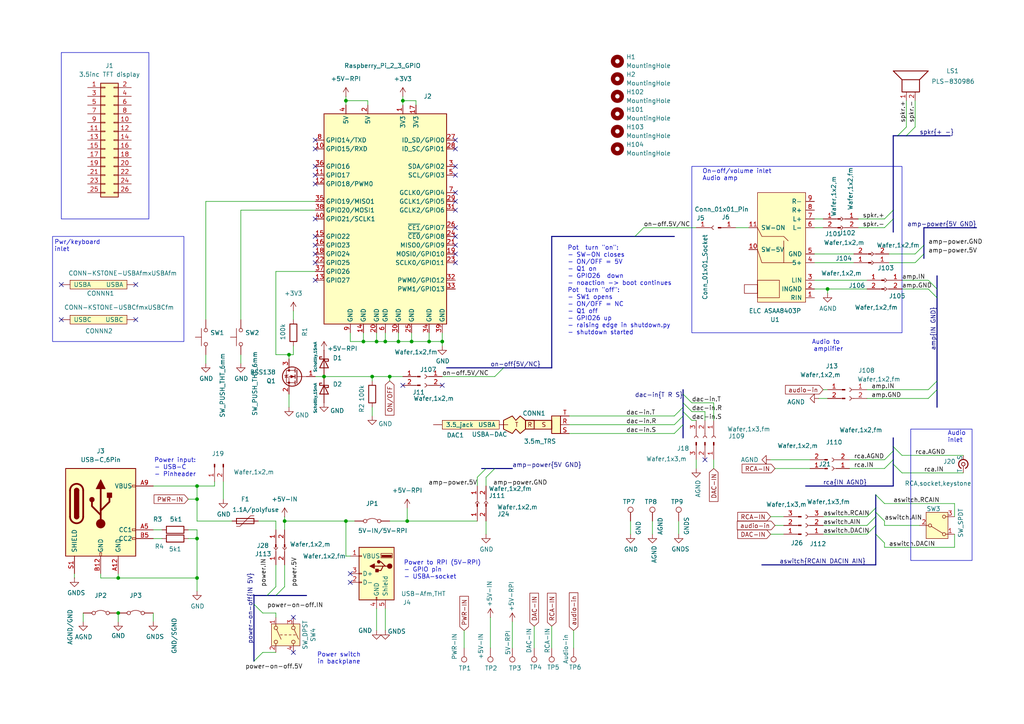
<source format=kicad_sch>
(kicad_sch (version 20231120) (generator "eeschema") (generator_version "8.0")
  (paper "A4")
  (title_block (title "Järviradioradio V2") (date "2025-06-11") (rev "E"))
  (junction (at 109.22 99.06))
  (junction (at 57.15 144.78))
  (junction (at 115.57 99.06))
  (junction (at 34.29 177.8))
  (junction (at 100.33 29.21))
  (junction (at 107.95 109.22))
  (junction (at 111.76 99.06))
  (junction (at 83.82 102.87))
  (junction (at 113.03 109.22))
  (junction (at 34.29 167.64))
  (junction (at 57.15 156.21))
  (junction (at 82.55 151.13))
  (junction (at 119.38 99.06))
  (junction (at 57.15 167.64))
  (junction (at 240.03 83.82))
  (junction (at 57.15 140.97))
  (junction (at 128.27 99.06))
  (junction (at 116.84 29.21))
  (junction (at 124.46 99.06))
  (junction (at 100.33 151.13))
  (junction (at 118.11 151.13))
  (junction (at 105.41 99.06))
  (junction (at 93.98 109.22))
  (no_connect (at 132.08 50.8))
  (no_connect (at 91.44 43.18))
  (no_connect (at 85.09 189.23))
  (no_connect (at 91.44 50.8))
  (no_connect (at 132.08 58.42))
  (no_connect (at 17.78 92.71))
  (no_connect (at 132.08 43.18))
  (no_connect (at 132.08 60.96))
  (no_connect (at 91.44 68.58))
  (no_connect (at 132.08 40.64))
  (no_connect (at 17.78 82.55))
  (no_connect (at 91.44 63.5))
  (no_connect (at 132.08 66.04))
  (no_connect (at 91.44 73.66))
  (no_connect (at 132.08 73.66))
  (no_connect (at 101.6 166.37))
  (no_connect (at 132.08 76.2))
  (no_connect (at 91.44 71.12))
  (no_connect (at 132.08 71.12))
  (no_connect (at 85.09 179.07))
  (no_connect (at 132.08 55.88))
  (no_connect (at 91.44 40.64))
  (no_connect (at 101.6 168.91))
  (no_connect (at 91.44 76.2))
  (no_connect (at 91.44 81.28))
  (no_connect (at 91.44 48.26))
  (no_connect (at 132.08 48.26))
  (no_connect (at 91.44 53.34))
  (no_connect (at 132.08 68.58))
  (no_connect (at 128.27 111.76))
  (no_connect (at 39.37 82.55))
  (no_connect (at 39.37 92.71))
  (no_connect (at 116.84 111.76))
  (no_connect (at 204.47 133.35))
  (bus_entry (at 198.12 114.3) (size 2.54 2.54))
  (bus_entry (at 184.15 68.58) (size 2.54 -2.54))
  (bus_entry (at 271.78 86.36) (size -2.54 -2.54))
  (bus_entry (at 254 143.51) (size 2.54 2.54))
  (bus_entry (at 146.05 106.68) (size -2.54 2.54))
  (bus_entry (at 259.08 63.5) (size -2.54 2.54))
  (bus_entry (at 259.08 133.35) (size -2.54 2.54))
  (bus_entry (at 254 154.94) (size 2.54 2.54))
  (bus_entry (at 259.08 134.62) (size 2.54 2.54))
  (bus_entry (at 254 152.4) (size -2.54 2.54))
  (bus_entry (at 254 147.32) (size -2.54 2.54))
  (bus_entry (at 198.12 116.84) (size 2.54 2.54))
  (bus_entry (at 73.66 175.26) (size 2.54 2.54))
  (bus_entry (at 254 148.59) (size 2.54 2.54))
  (bus_entry (at 262.89 39.37) (size 2.54 -2.54))
  (bus_entry (at 80.01 172.72) (size 2.54 -2.54))
  (bus_entry (at 77.47 172.72) (size 2.54 -2.54))
  (bus_entry (at 267.97 71.12) (size -2.54 2.54))
  (bus_entry (at 259.08 60.96) (size -2.54 2.54))
  (bus_entry (at 267.97 73.66) (size -2.54 2.54))
  (bus_entry (at 198.12 120.65) (size -2.54 2.54))
  (bus_entry (at 260.35 39.37) (size 2.54 -2.54))
  (bus_entry (at 140.97 135.89) (size -2.54 2.54))
  (bus_entry (at 259.08 129.54) (size 2.54 2.54))
  (bus_entry (at 271.78 110.49) (size -2.54 2.54))
  (bus_entry (at 271.78 83.82) (size -2.54 -2.54))
  (bus_entry (at 259.08 130.81) (size -2.54 2.54))
  (bus_entry (at 198.12 123.19) (size -2.54 2.54))
  (bus_entry (at 271.78 113.03) (size -2.54 2.54))
  (bus_entry (at 254 149.86) (size -2.54 2.54))
  (bus_entry (at 198.12 118.11) (size -2.54 2.54))
  (bus_entry (at 73.66 191.77) (size 2.54 -2.54))
  (bus_entry (at 198.12 119.38) (size 2.54 2.54))
  (bus_entry (at 143.51 135.89) (size -2.54 2.54))
  (wire (pts (xy 234.95 133.35) (xy 223.52 133.35)))
  (wire (pts (xy 276.86 154.94) (xy 276.86 158.75)))
  (bus (pts (xy 259.08 63.5) (xy 259.08 67.31)))
  (wire (pts (xy 236.22 81.28) (xy 251.46 81.28)))
  (wire (pts (xy 91.44 58.42) (xy 59.69 58.42)))
  (wire (pts (xy 265.43 76.2) (xy 257.81 76.2)))
  (wire (pts (xy 261.62 132.08) (xy 279.4 132.08)))
  (wire (pts (xy 83.82 114.3) (xy 83.82 118.11)))
  (wire (pts (xy 57.15 140.97) (xy 62.23 140.97)))
  (wire (pts (xy 57.15 151.13) (xy 67.31 151.13)))
  (wire (pts (xy 82.55 149.86) (xy 82.55 151.13)))
  (wire (pts (xy 101.6 99.06) (xy 105.41 99.06)))
  (wire (pts (xy 118.11 151.13) (xy 118.11 147.32)))
  (wire (pts (xy 200.66 119.38) (xy 204.47 119.38)))
  (wire (pts (xy 80.01 102.87) (xy 83.82 102.87)))
  (wire (pts (xy 107.95 109.22) (xy 113.03 109.22)))
  (wire (pts (xy 74.93 151.13) (xy 80.01 151.13)))
  (wire (pts (xy 116.84 29.21) (xy 116.84 30.48)))
  (wire (pts (xy 59.69 102.87) (xy 59.69 105.41)))
  (wire (pts (xy 80.01 78.74) (xy 80.01 102.87)))
  (wire (pts (xy 118.11 151.13) (xy 138.43 151.13)))
  (wire (pts (xy 113.03 109.22) (xy 113.03 110.49)))
  (wire (pts (xy 201.93 133.35) (xy 201.93 135.89)))
  (wire (pts (xy 224.79 152.4) (xy 227.33 152.4)))
  (bus (pts (xy 73.66 175.26) (xy 73.66 191.77)))
  (wire (pts (xy 115.57 99.06) (xy 119.38 99.06)))
  (wire (pts (xy 240.03 113.03) (xy 238.76 113.03)))
  (wire (pts (xy 111.76 176.53) (xy 111.76 182.88)))
  (wire (pts (xy 64.77 139.7) (xy 64.77 144.78)))
  (wire (pts (xy 120.65 29.21) (xy 116.84 29.21)))
  (wire (pts (xy 128.27 109.22) (xy 143.51 109.22)))
  (wire (pts (xy 207.01 133.35) (xy 207.01 135.89)))
  (wire (pts (xy 223.52 149.86) (xy 227.33 149.86)))
  (wire (pts (xy 109.22 96.52) (xy 109.22 99.06)))
  (wire (pts (xy 148.59 180.34) (xy 148.59 187.96)))
  (wire (pts (xy 29.21 167.64) (xy 34.29 167.64)))
  (wire (pts (xy 256.54 158.75) (xy 256.54 157.48)))
  (wire (pts (xy 236.22 66.04) (xy 238.76 66.04)))
  (bus (pts (xy 198.12 116.84) (xy 198.12 118.11)))
  (bus (pts (xy 259.08 60.96) (xy 259.08 63.5)))
  (wire (pts (xy 54.61 144.78) (xy 57.15 144.78)))
  (wire (pts (xy 120.65 30.48) (xy 120.65 29.21)))
  (bus (pts (xy 198.12 127) (xy 198.12 123.19)))
  (bus (pts (xy 254 148.59) (xy 254 149.86)))
  (wire (pts (xy 105.41 99.06) (xy 109.22 99.06)))
  (wire (pts (xy 251.46 113.03) (xy 269.24 113.03)))
  (wire (pts (xy 124.46 99.06) (xy 128.27 99.06)))
  (bus (pts (xy 271.78 80.01) (xy 271.78 83.82)))
  (wire (pts (xy 207.01 116.84) (xy 207.01 121.92)))
  (bus (pts (xy 198.12 119.38) (xy 198.12 120.65)))
  (bus (pts (xy 198.12 114.3) (xy 198.12 116.84)))
  (bus (pts (xy 254 147.32) (xy 254 148.59)))
  (bus (pts (xy 160.02 68.58) (xy 184.15 68.58)))
  (wire (pts (xy 80.01 177.8) (xy 80.01 179.07)))
  (wire (pts (xy 57.15 167.64) (xy 57.15 171.45)))
  (wire (pts (xy 256.54 152.4) (xy 266.7 152.4)))
  (wire (pts (xy 44.45 153.67) (xy 46.99 153.67)))
  (bus (pts (xy 143.51 135.89) (xy 148.59 135.89)))
  (wire (pts (xy 251.46 149.86) (xy 238.76 149.86)))
  (bus (pts (xy 259.08 129.54) (xy 259.08 130.81)))
  (bus (pts (xy 267.97 66.04) (xy 283.21 66.04)))
  (wire (pts (xy 269.24 81.28) (xy 261.62 81.28)))
  (wire (pts (xy 140.97 151.13) (xy 140.97 154.94)))
  (wire (pts (xy 223.52 154.94) (xy 227.33 154.94)))
  (wire (pts (xy 236.22 83.82) (xy 240.03 83.82)))
  (wire (pts (xy 251.46 154.94) (xy 238.76 154.94)))
  (wire (pts (xy 269.24 83.82) (xy 261.62 83.82)))
  (wire (pts (xy 119.38 99.06) (xy 124.46 99.06)))
  (wire (pts (xy 34.29 167.64) (xy 57.15 167.64)))
  (bus (pts (xy 129.54 106.68) (xy 146.05 106.68)))
  (bus (pts (xy 198.12 113.03) (xy 198.12 114.3)))
  (wire (pts (xy 83.82 102.87) (xy 83.82 104.14)))
  (wire (pts (xy 200.66 116.84) (xy 207.01 116.84)))
  (wire (pts (xy 265.43 73.66) (xy 257.81 73.66)))
  (wire (pts (xy 236.22 63.5) (xy 238.76 63.5)))
  (wire (pts (xy 44.45 140.97) (xy 57.15 140.97)))
  (wire (pts (xy 44.45 177.8) (xy 44.45 180.34)))
  (bus (pts (xy 254 154.94) (xy 254 163.83)))
  (bus (pts (xy 271.78 113.03) (xy 271.78 118.11)))
  (wire (pts (xy 34.29 177.8) (xy 34.29 180.34)))
  (bus (pts (xy 73.66 172.72) (xy 77.47 172.72)))
  (wire (pts (xy 85.09 100.33) (xy 85.09 102.87)))
  (wire (pts (xy 261.62 137.16) (xy 279.4 137.16)))
  (wire (pts (xy 160.02 181.61) (xy 160.02 187.96)))
  (bus (pts (xy 254 143.51) (xy 254 147.32)))
  (wire (pts (xy 80.01 163.83) (xy 80.01 170.18)))
  (wire (pts (xy 240.03 83.82) (xy 251.46 83.82)))
  (bus (pts (xy 254 152.4) (xy 254 154.94)))
  (wire (pts (xy 100.33 27.94) (xy 100.33 29.21)))
  (wire (pts (xy 105.41 96.52) (xy 105.41 99.06)))
  (wire (pts (xy 59.69 58.42) (xy 59.69 92.71)))
  (bus (pts (xy 271.78 110.49) (xy 271.78 113.03)))
  (wire (pts (xy 76.2 189.23) (xy 80.01 189.23)))
  (bus (pts (xy 260.35 39.37) (xy 262.89 39.37)))
  (bus (pts (xy 267.97 66.04) (xy 267.97 71.12)))
  (wire (pts (xy 124.46 96.52) (xy 124.46 99.06)))
  (bus (pts (xy 254 149.86) (xy 254 152.4)))
  (wire (pts (xy 166.37 182.88) (xy 166.37 187.96)))
  (wire (pts (xy 54.61 153.67) (xy 57.15 153.67)))
  (wire (pts (xy 101.6 161.29) (xy 100.33 161.29)))
  (wire (pts (xy 276.86 149.86) (xy 276.86 146.05)))
  (bus (pts (xy 184.15 68.58) (xy 195.58 68.58)))
  (wire (pts (xy 83.82 102.87) (xy 85.09 102.87)))
  (wire (pts (xy 111.76 96.52) (xy 111.76 99.06)))
  (wire (pts (xy 113.03 109.22) (xy 116.84 109.22)))
  (wire (pts (xy 251.46 115.57) (xy 269.24 115.57)))
  (wire (pts (xy 107.95 118.11) (xy 107.95 120.65)))
  (bus (pts (xy 259.08 134.62) (xy 259.08 140.97)))
  (wire (pts (xy 80.01 151.13) (xy 80.01 153.67)))
  (wire (pts (xy 69.85 102.87) (xy 69.85 105.41)))
  (wire (pts (xy 142.24 179.07) (xy 142.24 187.96)))
  (wire (pts (xy 213.36 66.04) (xy 217.17 66.04)))
  (wire (pts (xy 82.55 170.18) (xy 82.55 163.83)))
  (wire (pts (xy 262.89 29.21) (xy 262.89 36.83)))
  (wire (pts (xy 128.27 99.06) (xy 128.27 100.33)))
  (bus (pts (xy 80.01 172.72) (xy 88.9 172.72)))
  (wire (pts (xy 246.38 135.89) (xy 256.54 135.89)))
  (wire (pts (xy 100.33 151.13) (xy 102.87 151.13)))
  (wire (pts (xy 196.85 151.13) (xy 196.85 154.94)))
  (bus (pts (xy 140.97 135.89) (xy 143.51 135.89)))
  (wire (pts (xy 116.84 27.94) (xy 116.84 29.21)))
  (wire (pts (xy 57.15 144.78) (xy 57.15 140.97)))
  (bus (pts (xy 267.97 71.12) (xy 267.97 73.66)))
  (wire (pts (xy 256.54 151.13) (xy 256.54 152.4)))
  (bus (pts (xy 262.89 39.37) (xy 275.59 39.37)))
  (bus (pts (xy 259.08 133.35) (xy 259.08 134.62)))
  (wire (pts (xy 85.09 90.17) (xy 85.09 92.71)))
  (bus (pts (xy 146.05 106.68) (xy 160.02 106.68)))
  (wire (pts (xy 276.86 158.75) (xy 256.54 158.75)))
  (wire (pts (xy 138.43 138.43) (xy 138.43 140.97)))
  (bus (pts (xy 259.08 130.81) (xy 259.08 133.35)))
  (wire (pts (xy 106.68 29.21) (xy 100.33 29.21)))
  (wire (pts (xy 240.03 115.57) (xy 237.49 115.57)))
  (bus (pts (xy 220.98 163.83) (xy 254 163.83)))
  (wire (pts (xy 76.2 177.8) (xy 80.01 177.8)))
  (wire (pts (xy 57.15 153.67) (xy 57.15 156.21)))
  (wire (pts (xy 82.55 153.67) (xy 82.55 151.13)))
  (wire (pts (xy 44.45 156.21) (xy 46.99 156.21)))
  (bus (pts (xy 259.08 39.37) (xy 259.08 60.96)))
  (bus (pts (xy 160.02 106.68) (xy 160.02 68.58)))
  (wire (pts (xy 182.88 151.13) (xy 182.88 154.94)))
  (wire (pts (xy 91.44 109.22) (xy 93.98 109.22)))
  (bus (pts (xy 259.08 140.97) (xy 233.68 140.97)))
  (bus (pts (xy 267.97 73.66) (xy 267.97 74.93)))
  (wire (pts (xy 107.95 109.22) (xy 107.95 110.49)))
  (wire (pts (xy 57.15 156.21) (xy 57.15 167.64)))
  (wire (pts (xy 189.23 151.13) (xy 189.23 154.94)))
  (wire (pts (xy 240.03 83.82) (xy 240.03 85.09)))
  (wire (pts (xy 101.6 96.52) (xy 101.6 99.06)))
  (wire (pts (xy 256.54 146.05) (xy 276.86 146.05)))
  (bus (pts (xy 198.12 120.65) (xy 198.12 123.19)))
  (bus (pts (xy 271.78 83.82) (xy 271.78 86.36)))
  (wire (pts (xy 204.47 119.38) (xy 204.47 121.92)))
  (wire (pts (xy 236.22 73.66) (xy 247.65 73.66)))
  (wire (pts (xy 165.1 123.19) (xy 195.58 123.19)))
  (wire (pts (xy 134.62 182.88) (xy 134.62 187.96)))
  (wire (pts (xy 21.59 166.37) (xy 21.59 167.64)))
  (wire (pts (xy 24.13 180.34) (xy 24.13 177.8)))
  (bus (pts (xy 271.78 86.36) (xy 271.78 110.49)))
  (wire (pts (xy 93.98 109.22) (xy 107.95 109.22)))
  (bus (pts (xy 259.08 39.37) (xy 260.35 39.37)))
  (wire (pts (xy 119.38 96.52) (xy 119.38 99.06)))
  (bus (pts (xy 198.12 118.11) (xy 198.12 119.38)))
  (wire (pts (xy 200.66 121.92) (xy 201.93 121.92)))
  (wire (pts (xy 100.33 29.21) (xy 100.33 30.48)))
  (wire (pts (xy 251.46 152.4) (xy 238.76 152.4)))
  (wire (pts (xy 128.27 96.52) (xy 128.27 99.06)))
  (wire (pts (xy 165.1 125.73) (xy 195.58 125.73)))
  (wire (pts (xy 109.22 99.06) (xy 111.76 99.06)))
  (wire (pts (xy 236.22 76.2) (xy 247.65 76.2)))
  (wire (pts (xy 54.61 156.21) (xy 57.15 156.21)))
  (wire (pts (xy 69.85 60.96) (xy 69.85 92.71)))
  (wire (pts (xy 115.57 96.52) (xy 115.57 99.06)))
  (wire (pts (xy 69.85 60.96) (xy 91.44 60.96)))
  (wire (pts (xy 62.23 139.7) (xy 62.23 140.97)))
  (wire (pts (xy 82.55 151.13) (xy 100.33 151.13)))
  (bus (pts (xy 77.47 172.72) (xy 80.01 172.72)))
  (wire (pts (xy 248.92 63.5) (xy 256.54 63.5)))
  (wire (pts (xy 256.54 133.35) (xy 246.38 133.35)))
  (wire (pts (xy 113.03 151.13) (xy 118.11 151.13)))
  (wire (pts (xy 248.92 66.04) (xy 256.54 66.04)))
  (wire (pts (xy 80.01 78.74) (xy 91.44 78.74)))
  (wire (pts (xy 265.43 29.21) (xy 265.43 36.83)))
  (wire (pts (xy 165.1 120.65) (xy 195.58 120.65)))
  (bus (pts (xy 73.66 172.72) (xy 73.66 175.26)))
  (wire (pts (xy 57.15 151.13) (xy 57.15 144.78)))
  (wire (pts (xy 100.33 161.29) (xy 100.33 151.13)))
  (wire (pts (xy 186.69 66.04) (xy 201.93 66.04)))
  (wire (pts (xy 111.76 99.06) (xy 115.57 99.06)))
  (bus (pts (xy 139.7 135.89) (xy 140.97 135.89)))
  (wire (pts (xy 140.97 138.43) (xy 140.97 140.97)))
  (bus (pts (xy 259.08 127) (xy 259.08 129.54)))
  (wire (pts (xy 29.21 167.64) (xy 29.21 166.37)))
  (wire (pts (xy 106.68 30.48) (xy 106.68 29.21)))
  (wire (pts (xy 154.94 181.61) (xy 154.94 187.96)))
  (wire (pts (xy 34.29 166.37) (xy 34.29 167.64)))
  (wire (pts (xy 224.79 135.89) (xy 234.95 135.89)))
  (wire (pts (xy 109.22 176.53) (xy 109.22 182.88)))
  (rectangle (start 264.16 124.46) (end 281.94 162.56))
  (rectangle (start 200.66 48.26) (end 261.62 96.52))
  (rectangle (start 15.24 68.58) (end 53.34 99.06))
  (rectangle (start 17.78 15.24) (end 43.18 63.5))
  (text "Pot  turn \"on\": \n- SW-ON closes\n- ON/OFF = 5V\n- Q1 on\n- GPIO26  down\n- noaction -> boot continues\nPot  turn \"off\": \n- SW1 opens\n- ON/OFF = NC\n- Q1 off\n- GPIO26 up\n- raising edge in shutdown.py\n- shutdown started\n" (at 164.592 97.282 0) (effects (font (size 1.27 1.27)) (justify left bottom)))
  (text "Audio\ninlet\n" (at 274.828 126.746 0) (effects (font (size 1.27 1.27)) (justify left)))
  (text "Power switch\nin backplane\n" (at 98.298 191.008 0) (effects (font (size 1.27 1.27))))
  (text "Power to RPI (5V-RPI)\n- GPIO pin\n- USBA-socket" (at 117.094 165.354 0) (effects (font (size 1.27 1.27)) (justify left)))
  (text "On-off/volume inlet\nAudio amp" (at 203.708 50.8 0) (effects (font (size 1.27 1.27)) (justify left)))
  (text "Pwr/keyboard \ninlet" (at 15.748 71.374 0) (effects (font (size 1.27 1.27)) (justify left)))
  (text "Power input:\n- USB-C\n- Pinheader" (at 44.704 135.636 0) (effects (font (size 1.27 1.27)) (justify left)))
  (text "Audio to \namplifier" (at 244.602 100.33 0) (effects (font (size 1.27 1.27)) (justify right)))
  (label "amp-power.5V" (at 138.43 140.97 180))
  (label "amp{IN GND}" (at 271.78 101.6 90))
  (label "dac-in{T R S}" (at 198.12 115.57 180))
  (label "amp.GND" (at 252.73 115.57 0))
  (label "power-on-off.IN" (at 77.47 176.53 0))
  (label "aswitch.AIN" (at 238.76 152.4 0))
  (label "amp-power{5V GND}" (at 283.21 66.04 180))
  (label "spkr.+" (at 250.19 63.5 0))
  (label "dac-in.T" (at 200.66 116.84 0))
  (label "amp.IN" (at 261.62 81.28 0))
  (label "aswitch.DACIN" (at 257.81 158.75 0))
  (label "spkr.-" (at 250.19 66.04 0))
  (label "spkr{+ -}" (at 266.7 39.37 0))
  (label "on-off.5V{slash}NC" (at 186.69 66.04 0))
  (label "dac-in.R" (at 181.61 123.19 0))
  (label "amp-power.5V" (at 269.24 73.66 0))
  (label "amp-power{5V GND}" (at 148.59 135.89 0))
  (label "aswitch.RCAIN" (at 238.76 149.86 0))
  (label "rca.AGND" (at 247.65 133.35 0))
  (label "amp.GND" (at 261.62 83.82 0))
  (label "amp-power.GND" (at 158.75 140.97 180))
  (label "rca.IN" (at 267.97 137.16 0))
  (label "dac-in.S" (at 181.61 125.73 0))
  (label "dac-in.R" (at 200.66 119.38 0))
  (label "amp.IN" (at 252.73 113.03 0))
  (label "aswitch{RCAIN DACIN AIN}" (at 226.06 163.83 0))
  (label "aswitch.AIN" (at 256.54 151.13 0))
  (label "rca.AGND" (at 265.43 132.08 0))
  (label "on-off.5V{slash}NC" (at 128.27 109.22 0))
  (label "dac-in.S" (at 200.66 121.92 0))
  (label "spkr.-" (at 265.43 35.56 90))
  (label "spkr.+" (at 262.89 35.56 90))
  (label "rca.IN" (at 247.65 135.89 0))
  (label "rca{IN AGND}" (at 251.46 140.97 180))
  (label "dac-in.T" (at 181.61 120.65 0))
  (label "aswitch.DACIN" (at 238.76 154.94 0))
  (label "power.IN" (at 77.47 170.18 90))
  (label "power-on-off{IN 5V}" (at 73.66 186.69 90))
  (label "amp-power.GND" (at 269.24 71.12 0))
  (label "on-off{5V{slash}NC}" (at 142.24 106.68 0))
  (label "aswitch.RCAIN" (at 259.08 146.05 0))
  (label "power.5V" (at 86.36 170.18 90))
  (label "power-on-off.5V" (at 71.12 194.31 0))
  (global_label "RCA-IN" (shape input) (at 224.79 135.89 180) (property "Intersheetrefs" "${INTERSHEET_REFS}" (effects (hide yes))))
  (global_label "ON{slash}OFF" (shape input) (at 113.03 110.49 270) (property "Intersheetrefs" "${INTERSHEET_REFS}" (effects (hide yes))))
  (global_label "DAC-IN" (shape input) (at 223.52 154.94 180) (property "Intersheetrefs" "${INTERSHEET_REFS}" (effects (hide yes))))
  (global_label "DAC-IN" (shape input) (at 154.94 181.61 90) (property "Intersheetrefs" "${INTERSHEET_REFS}" (effects (hide yes))))
  (global_label "audio-in" (shape input) (at 166.37 182.88 90) (property "Intersheetrefs" "${INTERSHEET_REFS}" (effects (hide yes))))
  (global_label "audio-in" (shape input) (at 238.76 113.03 180) (property "Intersheetrefs" "${INTERSHEET_REFS}" (effects (hide yes))))
  (global_label "PWR-IN" (shape input) (at 134.62 182.88 90) (property "Intersheetrefs" "${INTERSHEET_REFS}" (effects (hide yes))))
  (global_label "audio-in" (shape input) (at 224.79 152.4 180) (property "Intersheetrefs" "${INTERSHEET_REFS}" (effects (hide yes))))
  (global_label "PWR-IN" (shape input) (at 54.61 144.78 180) (property "Intersheetrefs" "${INTERSHEET_REFS}" (effects (hide yes))))
  (global_label "RCA-IN" (shape input) (at 223.52 149.86 180) (property "Intersheetrefs" "${INTERSHEET_REFS}" (effects (hide yes))))
  (global_label "DAC-IN" (shape input) (at 207.01 135.89 270) (property "Intersheetrefs" "${INTERSHEET_REFS}" (effects (hide yes))))
  (global_label "RCA-IN" (shape input) (at 160.02 181.61 90) (property "Intersheetrefs" "${INTERSHEET_REFS}" (effects (hide yes))))
  (symbol (lib_id "Connector:TestPoint") (at 134.62 187.96 180) (unit 1) (in_bom no)
    (property "Reference" "TP1" (at 136.652 193.802 0) (effects (justify left)))
    (property "Value" "PWR-IN" (at 131.826 183.642 90) (effects (justify left)))
    (property "Footprint" "TestPoint:TestPoint_THTPad_D1.0mm_Drill0.5mm" (effects (hide yes)))
    (property "Description" "test point" (effects (hide yes)))
  )
  (symbol (lib_id "JärviradioRadio-rescue:GND-power") (at 237.49 115.57 270) (unit 1)
    (property "Reference" "#PWR08" (effects (hide yes)))
    (property "Value" "AGND" (at 230.886 116.586 90))
  )
  (symbol (lib_id "power:+5VA") (at 93.98 101.6 0) (unit 1)
    (property "Reference" "#PWR30" (effects (hide yes)))
    (property "Value" "+5V-RPI" (at 99.314 101.092 0))
    (property "Description" "Power symbol creates a global label with name \"+5VA\"" (effects (hide yes)))
  )
  (symbol (lib_id "Mechanical:MountingHole") (at 179.07 43.18 0) (unit 1) (exclude_from_sim yes) (in_bom no)
    (property "Reference" "H104" (at 181.61 41.9099 0) (effects (justify left)))
    (property "Value" "MountingHole" (at 181.61 44.4499 0) (effects (justify left)))
    (property "Footprint" "MountingHole:MountingHole_2.7mm_M2.5" (effects (hide yes)))
    (property "Description" "Mounting Hole without connection" (effects (hide yes)))
  )
  (symbol (lib_id "JärviradioRadio-rescue:GND-power") (at 24.13 180.34 0) (unit 1)
    (property "Reference" "#PWR019" (effects (hide yes)))
    (property "Value" "AGND" (at 24.257 184.7342 0))
  )
  (symbol (lib_id "JärviradioRadio-rescue:GND-power") (at 223.52 133.35 270) (mirror x) (unit 1)
    (property "Reference" "#PWR011" (effects (hide yes)))
    (property "Value" "AGND" (at 217.424 133.35 90))
  )
  (symbol (lib_id "JärviradioRadio-rescue:GND-power") (at 140.97 154.94 0) (unit 1)
    (property "Reference" "#PWR016" (effects (hide yes)))
    (property "Value" "GND" (at 141.097 159.3342 0))
  )
  (symbol (lib_id "jj-migrate-ext:USBA-DAC") (at 128.27 118.11 0) (mirror y) (unit 1) (in_bom no) (on_board no)
    (property "Reference" "DAC1" (at 132.08 126.238 0))
    (property "Value" "USBA-DAC" (at 141.986 125.984 0))
  )
  (symbol (lib_id "jj-migrate-ext:SW_PUSH_THT_6mm") (at 69.85 97.79 90) (unit 1)
    (property "Reference" "SW2" (at 71.12 96.5199 90) (effects (justify right)))
    (property "Value" "SW_PUSH_THT_6mm" (at 73.914 101.854 0) (effects (justify right)))
    (property "Footprint" "Button_Switch_THT:SW_PUSH_6mm" (effects (hide yes)))
    (property "Datasheet" "${JJ_DATASHEETS}/kiina/BUTTON_PUSH_THT_6mm-AliExpress.pdf" (effects (hide yes)))
    (property "Description" "Push button switch, generic, two pins" (effects (hide yes)))
  )
  (symbol (lib_id "JärviradioRadio-rescue:GND-power") (at 201.93 135.89 0) (unit 1)
    (property "Reference" "#PWR012" (effects (hide yes)))
    (property "Value" "AGND" (at 202.438 141.732 90))
  )
  (symbol (lib_id "power:GNDS") (at 111.76 182.88 0) (unit 1)
    (property "Reference" "#PWR025" (effects (hide yes)))
    (property "Value" "GNDS" (at 115.062 183.134 0))
    (property "Description" "Power symbol creates a global label with name \"GNDS\" , signal ground" (effects (hide yes)))
  )
  (symbol (lib_id "jj2:SD101CWS-TP") (at 93.98 105.41 180) (unit 1)
    (property "Reference" "D1" (at 96.52 103.8224 0) (effects (justify right)))
    (property "Value" "Schottky,15mA" (at 91.44 107.95 90) (effects (font (size 0.8 0.8)) (justify right)))
    (property "Footprint" "PCM_JLCPCB:D_SOD-323" (effects (hide yes)))
    (property "Datasheet" "https://www.mouser.fi/ProductDetail/Micro-Commercial-Components-MCC/SD101CWS-TP?qs=KFo7JewZbUFHcYg3ByMbCA%3D%3D" (effects (hide yes)))
    (property "Description" "Schottky Diodes & Rectifiers 40V" (effects (hide yes)))
    (property "Process" "SMT" (effects (hide yes)))
    (property "Category" "Diodes,Schottky Diodes" (effects (hide yes)))
    (property "MFN" "MCC" (effects (hide yes)))
    (property "Mouser#" "833-SD101CWS-TP" (effects (hide yes)))
    (property "MFP" "SD101CWS-TP" (effects (hide yes)))
  )
  (symbol (lib_id "Switch:SW_DPST") (at 82.55 184.15 270) (unit 1) (in_bom no) (on_board no)
    (property "Reference" "SW4" (at 90.805 184.15 0))
    (property "Value" "SW_DPST" (at 88.4936 184.15 0))
  )
  (symbol (lib_id "power:+3V3") (at 85.09 90.17 0) (unit 1)
    (property "Reference" "#PWR04" (effects (hide yes)))
    (property "Value" "+3V3" (at 85.09 85.09 0))
    (property "Description" "Power symbol creates a global label with name \"+3V3\"" (effects (hide yes)))
  )
  (symbol (lib_id "Connector:Conn_01x02_Pin") (at 62.23 134.62 90) (mirror x) (unit 1)
    (property "Reference" "J19" (at 65.024 131.572 90) (effects (justify left)))
    (property "Value" "Wafer,1x2,m" (at 79.502 136.906 90) (effects (justify left)))
    (property "Footprint" "jj-foot:Wafer_1x02_P2.54mm_Vertical_male" (effects (hide yes)))
    (property "Description" "Generic connector, single row, 01x02, script generated" (effects (hide yes)))
  )
  (symbol (lib_id "Connector:TestPoint") (at 182.88 151.13 0) (unit 1) (in_bom no)
    (property "Reference" "TP7" (at 180.594 145.542 0) (effects (justify left)))
    (property "Value" "GND" (at 185.166 155.194 90) (effects (justify left)))
    (property "Footprint" "TestPoint:TestPoint_THTPad_D1.0mm_Drill0.5mm" (effects (hide yes)))
    (property "Description" "test point" (effects (hide yes)))
  )
  (symbol (lib_id "power:+5VA") (at 142.24 179.07 0) (unit 1)
    (property "Reference" "#PWR018" (effects (hide yes)))
    (property "Value" "+5V-IN" (at 141.986 172.212 90))
    (property "Description" "Power symbol creates a global label with name \"+5VA\"" (effects (hide yes)))
  )
  (symbol (lib_id "Device:Polyfuse") (at 71.12 151.13 90) (unit 1) (in_bom no)
    (property "Reference" "F1" (at 71.12 144.78 90))
    (property "Value" "1.1A/polyfuse" (at 74.168 147.828 90))
    (property "Footprint" "Fuse:Fuse_1812_4532Metric" (effects (hide yes)))
    (property "Description" "Resettable fuse, polymeric positive temperature coefficient" (effects (hide yes)))
  )
  (symbol (lib_id "Mechanical:MountingHole") (at 179.07 33.02 0) (unit 1) (exclude_from_sim yes) (in_bom no)
    (property "Reference" "H101" (at 181.61 31.7499 0) (effects (justify left)))
    (property "Value" "MountingHole" (at 181.61 34.2899 0) (effects (justify left)))
    (property "Footprint" "MountingHole:MountingHole_2.7mm_M2.5" (effects (hide yes)))
    (property "Description" "Mounting Hole without connection" (effects (hide yes)))
  )
  (symbol (lib_id "Connector:TestPoint") (at 166.37 187.96 180) (unit 1) (in_bom no)
    (property "Reference" "TP6" (at 168.656 193.548 0) (effects (justify left)))
    (property "Value" "Audio-in" (at 164.084 183.896 90) (effects (justify left)))
    (property "Footprint" "TestPoint:TestPoint_THTPad_D1.0mm_Drill0.5mm" (effects (hide yes)))
    (property "Description" "test point" (effects (hide yes)))
  )
  (symbol (lib_id "power:GNDS") (at 21.59 167.64 0) (unit 1)
    (property "Reference" "#PWR024" (effects (hide yes)))
    (property "Value" "GNDS" (at 22.098 171.958 0))
    (property "Description" "Power symbol creates a global label with name \"GNDS\" , signal ground" (effects (hide yes)))
  )
  (symbol (lib_id "Jumper:Jumper_2_Bridged") (at 29.21 177.8 0) (unit 1) (exclude_from_sim yes) (in_bom no)
    (property "Reference" "JP2" (at 29.21 172.72 0))
    (property "Value" "AGND/GND" (at 20.32 181.864 90))
    (property "Footprint" "Jumper:SolderJumper-2_P1.3mm_Bridged_Pad1.0x1.5mm" (effects (hide yes)))
    (property "Description" "Jumper, 2-pole, closed/bridged" (effects (hide yes)))
  )
  (symbol (lib_id "JärviradioRadio-rescue:GND-power") (at 128.27 100.33 0) (unit 1)
    (property "Reference" "#PWR05" (effects (hide yes)))
    (property "Value" "GND" (at 128.397 104.7242 0))
  )
  (symbol (lib_id "Transistor_FET:BSS138") (at 86.36 109.22 0) (mirror y) (unit 1)
    (property "Reference" "Q1" (at 80.01 110.4901 0) (effects (justify left)))
    (property "Value" "BSS138" (at 80.01 107.9501 0) (effects (justify left)))
    (property "Footprint" "Package_TO_SOT_SMD:SOT-23" (effects (hide yes)))
    (property "Datasheet" "https://www.onsemi.com/pub/Collateral/BSS138-D.PDF" (effects (hide yes)))
    (property "Description" "50V Vds, 0.22A Id, N-Channel MOSFET, SOT-23" (effects (hide yes)))
  )
  (symbol (lib_id "Connector_Generic:Conn_02x13_Odd_Even") (at 30.48 40.64 0) (unit 1) (in_bom no) (on_board no)
    (property "Reference" "J1" (at 31.75 19.05 0))
    (property "Value" "3.5inc TFT display" (at 31.75 21.59 0))
    (property "Description" "Generic connector, double row, 02x13, odd/even pin numbering scheme (row 1 odd numbers, row 2 even numbers), script generated (kicad-library-utils/schlib/autogen/connector/)" (effects (hide yes)))
  )
  (symbol (lib_id "power:+5VA") (at 82.55 149.86 0) (unit 1)
    (property "Reference" "#PWR015" (effects (hide yes)))
    (property "Value" "+5V-IN" (at 82.55 144.78 0))
    (property "Description" "Power symbol creates a global label with name \"+5VA\"" (effects (hide yes)))
  )
  (symbol (lib_id "Connector:TestPoint") (at 148.59 187.96 180) (unit 1) (in_bom no)
    (property "Reference" "TP3" (at 147.574 193.802 0) (effects (justify right)))
    (property "Value" "5V-RPI" (at 147.32 189.992 90) (effects (justify right)))
    (property "Footprint" "TestPoint:TestPoint_THTPad_D1.0mm_Drill0.5mm" (effects (hide yes)))
    (property "Description" "test point" (effects (hide yes)))
  )
  (symbol (lib_id "Connector:TestPoint") (at 196.85 151.13 0) (unit 1) (in_bom no)
    (property "Reference" "TP9" (at 194.564 145.542 0) (effects (justify left)))
    (property "Value" "GNDS" (at 199.136 155.194 90) (effects (justify left)))
    (property "Footprint" "TestPoint:TestPoint_THTPad_D1.0mm_Drill0.5mm" (effects (hide yes)))
    (property "Description" "test point" (effects (hide yes)))
  )
  (symbol (lib_id "Connector:Conn_01x02_Socket") (at 252.73 76.2 180) (unit 1) (in_bom no) (on_board no)
    (property "Reference" "J103" (at 254.508 77.724 0) (effects (justify right)))
    (property "Value" "Wafer,1x2,fm" (at 254.254 71.12 0) (effects (justify right)))
    (property "Footprint" "Connector_PinHeader_2.54mm:PinHeader_1x02_P2.54mm_Vertical" (effects (hide yes)))
    (property "Description" "Generic connector, single row, 01x02, script generated" (effects (hide yes)))
  )
  (symbol (lib_id "jj-migrate-ext:SW_PUSH_THT_6mm") (at 59.69 97.79 90) (unit 1)
    (property "Reference" "SW1" (at 60.96 96.5199 90) (effects (justify right)))
    (property "Value" "SW_PUSH_THT_6mm" (at 64.516 102.362 0) (effects (justify right)))
    (property "Footprint" "Button_Switch_THT:SW_PUSH_6mm" (effects (hide yes)))
    (property "Datasheet" "${JJ_DATASHEETS}/kiina/BUTTON_PUSH_THT_6mm-AliExpress.pdf" (effects (hide yes)))
    (property "Description" "Push button switch, generic, two pins" (effects (hide yes)))
  )
  (symbol (lib_id "JärviradioRadio-rescue:GND-power") (at 59.69 105.41 0) (unit 1)
    (property "Reference" "#PWR06" (effects (hide yes)))
    (property "Value" "GND" (at 59.817 109.8042 0))
  )
  (symbol (lib_id "JärviradioRadio-rescue:GND-power") (at 93.98 116.84 0) (unit 1)
    (property "Reference" "#PWR29" (effects (hide yes)))
    (property "Value" "GND" (at 97.79 119.126 0))
  )
  (symbol (lib_id "Connector:Conn_01x02_Socket") (at 123.19 109.22 0) (mirror y) (unit 1) (on_board no)
    (property "Reference" "J107" (at 124.206 107.188 0))
    (property "Value" "Wafer,1x2,fm" (at 120.65 102.108 0))
    (property "Footprint" "Connector_PinHeader_2.54mm:PinHeader_1x02_P2.54mm_Vertical" (effects (hide yes)))
    (property "Description" "Generic connector, single row, 01x02, script generated" (effects (hide yes)))
  )
  (symbol (lib_id "Connector:Conn_01x02_Pin") (at 121.92 109.22 0) (mirror y) (unit 1)
    (property "Reference" "J11" (at 119.634 113.792 0) (effects (justify right)))
    (property "Value" "Wafer,1x2,m" (at 119.888 115.57 0) (effects (justify right)))
    (property "Footprint" "jj-foot:Wafer_1x02_P2.54mm_Vertical_male" (effects (hide yes)))
    (property "Description" "Generic connector, single row, 01x02, script generated" (effects (hide yes)))
  )
  (symbol (lib_id "Switch:SW_SPDT") (at 271.78 152.4 0) (mirror x) (unit 1) (in_bom no) (on_board no)
    (property "Reference" "SW3" (at 272.796 147.574 0) (effects (justify right)))
    (property "Value" "SW_SPDT" (at 278.638 155.956 90) (effects (justify right)))
    (property "Description" "Switch, single pole double throw" (effects (hide yes)))
  )
  (symbol (lib_id "power:GNDS") (at 44.45 180.34 0) (unit 1)
    (property "Reference" "#PWR021" (effects (hide yes)))
    (property "Value" "GNDS" (at 44.958 184.658 0))
    (property "Description" "Power symbol creates a global label with name \"GNDS\" , signal ground" (effects (hide yes)))
  )
  (symbol (lib_id "Connector:Conn_01x02_Socket") (at 256.54 81.28 0) (mirror y) (unit 1) (in_bom no) (on_board no)
    (property "Reference" "J105" (at 257.81 85.852 0) (effects (justify right)))
    (property "Value" "Wafer,1x2,fm" (at 247.904 89.154 0) (effects (justify right)))
    (property "Footprint" "Connector_PinHeader_2.54mm:PinHeader_1x02_P2.54mm_Vertical" (effects (hide yes)))
    (property "Description" "Generic connector, single row, 01x02, script generated" (effects (hide yes)))
  )
  (symbol (lib_id "Connector:Conn_01x02_Socket") (at 246.38 113.03 0) (mirror y) (unit 1) (in_bom no) (on_board no)
    (property "Reference" "J108" (at 248.92 107.442 0) (effects (justify right)))
    (property "Value" "Wafer,1x2,fm" (at 248.666 109.982 0) (effects (justify right)))
    (property "Footprint" "Connector_PinHeader_2.54mm:PinHeader_1x02_P2.54mm_Vertical" (effects (hide yes)))
    (property "Description" "Generic connector, single row, 01x02, script generated" (effects (hide yes)))
  )
  (symbol (lib_id "Connector:Conn_01x02_Pin") (at 80.01 158.75 90) (unit 1)
    (property "Reference" "J28" (at 74.422 158.242 90) (effects (justify right)))
    (property "Value" "Wafer,1x2,m" (at 84.074 157.8611 90) (effects (justify right)))
    (property "Footprint" "jj-foot:Wafer_1x02_P2.54mm_Vertical_male" (effects (hide yes)))
    (property "Description" "Generic connector, single row, 01x02, script generated" (effects (hide yes)))
  )
  (symbol (lib_id "Connector:TestPoint") (at 154.94 187.96 180) (unit 1) (in_bom no)
    (property "Reference" "TP4" (at 157.226 193.548 0) (effects (justify left)))
    (property "Value" "DAC-IN" (at 153.416 182.118 90) (effects (justify left)))
    (property "Footprint" "TestPoint:TestPoint_THTPad_D1.0mm_Drill0.5mm" (effects (hide yes)))
    (property "Description" "test point" (effects (hide yes)))
  )
  (symbol (lib_id "jj-migrate-ext:CONN-KSTONE-USBCfmxUSBCfm") (at 27.94 92.71 0) (unit 1) (on_board no)
    (property "Reference" "CONNN2" (at 28.702 96.012 0))
    (property "Value" "CONN-KSTONE-USBCfmxUSBCfm" (at 34.544 89.154 0))
  )
  (symbol (lib_id "Device:R") (at 107.95 114.3 180) (unit 1)
    (property "Reference" "R2" (at 104.902 118.364 90))
    (property "Value" "100k" (at 104.902 114.046 90))
    (property "Footprint" "Resistor_SMD:R_0805_2012Metric" (effects (hide yes)))
    (property "Description" "Resistor" (effects (hide yes)))
  )
  (symbol (lib_id "jj-migrate-ext:CONN-KSTONE-USBAfmxUSBAfm") (at 29.21 82.55 180) (unit 1) (on_board no)
    (property "Reference" "CONNN1" (at 25.146 85.09 0) (effects (justify right)))
    (property "Value" "CONN-KSTONE-USBAfmxUSBAfm" (at 19.812 79.248 0) (effects (justify right)))
  )
  (symbol (lib_id "Connector:Conn_01x03_Socket") (at 233.68 152.4 180) (unit 1) (in_bom no) (on_board no)
    (property "Reference" "J112" (at 237.236 157.734 0))
    (property "Value" "Wafer,1x3,fm" (at 240.284 145.542 0))
    (property "Description" "Generic connector, single row, 01x03, script generated" (effects (hide yes)))
  )
  (symbol (lib_id "Connector:Conn_01x02_Socket") (at 138.43 146.05 90) (mirror x) (unit 1) (in_bom no) (on_board no)
    (property "Reference" "J111" (at 141.732 143.764 90) (effects (justify right)))
    (property "Value" "Wafer,1x2,fm" (at 141.732 141.732 90) (effects (justify right)))
    (property "Footprint" "Connector_PinHeader_2.54mm:PinHeader_1x02_P2.54mm_Vertical" (effects (hide yes)))
    (property "Description" "Generic connector, single row, 01x02, script generated" (effects (hide yes)))
  )
  (symbol (lib_id "power:GNDS") (at 196.85 154.94 0) (unit 1)
    (property "Reference" "#PWR028" (effects (hide yes)))
    (property "Value" "GNDS" (at 197.358 159.258 0))
    (property "Description" "Power symbol creates a global label with name \"GNDS\" , signal ground" (effects (hide yes)))
  )
  (symbol (lib_id "jj2:SD101CWS-TP") (at 93.98 113.03 180) (unit 1)
    (property "Reference" "D2" (at 96.52 111.4424 0) (effects (justify right)))
    (property "Value" "Schottky,15mA" (at 91.44 119.888 90) (effects (font (size 0.8 0.8)) (justify right)))
    (property "Footprint" "PCM_JLCPCB:D_SOD-323" (effects (hide yes)))
    (property "Datasheet" "https://www.mouser.fi/ProductDetail/Micro-Commercial-Components-MCC/SD101CWS-TP?qs=KFo7JewZbUFHcYg3ByMbCA%3D%3D" (effects (hide yes)))
    (property "Description" "Schottky Diodes & Rectifiers 40V" (effects (hide yes)))
    (property "Process" "SMT" (effects (hide yes)))
    (property "Category" "Diodes,Schottky Diodes" (effects (hide yes)))
    (property "MFN" "MCC" (effects (hide yes)))
    (property "Mouser#" "833-SD101CWS-TP" (effects (hide yes)))
    (property "MFP" "SD101CWS-TP" (effects (hide yes)))
  )
  (symbol (lib_id "Device:Speaker") (at 262.89 24.13 90) (unit 1) (in_bom no) (on_board no)
    (property "Reference" "LS1" (at 278.13 20.574 90) (effects (justify left)))
    (property "Value" "PLS-830986" (at 282.702 23.622 90) (effects (justify left)))
  )
  (symbol (lib_id "Connector:Conn_01x01_Socket") (at 207.01 66.04 0) (unit 1) (in_bom no) (on_board no)
    (property "Reference" "J5" (at 203.2 63.246 0))
    (property "Value" "Conn_01x01_Socket" (at 204.47 77.47 90))
    (property "Description" "Generic connector, single row, 01x01, script generated" (effects (hide yes)))
  )
  (symbol (lib_id "Connector:Conn_01x01_Pin") (at 208.28 66.04 0) (unit 1) (in_bom no) (on_board no)
    (property "Reference" "J6" (at 209.296 62.992 0) (effects (justify left)))
    (property "Value" "Conn_01x01_Pin" (at 201.422 60.706 0) (effects (justify left)))
    (property "Footprint" "Connector_PinHeader_2.54mm:PinHeader_1x01_P2.54mm_Vertical" (effects (hide yes)))
    (property "Description" "Generic connector, single row, 01x01, script generated" (effects (hide yes)))
  )
  (symbol (lib_id "jj-instruments-ext:PAM8403") (at 227.33 72.39 0) (mirror x) (unit 1) (in_bom no) (on_board no)
    (property "Reference" "U1" (at 224.79 92.71 0))
    (property "Value" "ELC ASAA8403P" (at 224.79 90.17 0))
  )
  (symbol (lib_id "Jumper:Jumper_2_Bridged") (at 39.37 177.8 0) (unit 1) (exclude_from_sim yes) (in_bom no)
    (property "Reference" "JP3" (at 39.37 172.72 0))
    (property "Value" "GND/SGND" (at 50.546 184.404 90))
    (property "Footprint" "Jumper:SolderJumper-2_P1.3mm_Bridged_Pad1.0x1.5mm" (effects (hide yes)))
    (property "Description" "Jumper, 2-pole, closed/bridged" (effects (hide yes)))
  )
  (symbol (lib_id "Connector:Conn_01x02_Pin") (at 138.43 146.05 90) (mirror x) (unit 1)
    (property "Reference" "J24" (at 147.828 149.098 90) (effects (justify left)))
    (property "Value" "Wafer,1x2,m" (at 155.956 147.066 90) (effects (justify left)))
    (property "Footprint" "jj-foot:Wafer_1x02_P2.54mm_Vertical_male" (effects (hide yes)))
    (property "Description" "Generic connector, single row, 01x02, script generated" (effects (hide yes)))
  )
  (symbol (lib_id "jj-migrate-ext:Raspberry_Pi_2_3_GPIO") (at 111.76 63.5 0) (unit 1)
    (property "Reference" "J2" (at 122.8441 27.94 0) (effects (justify left)))
    (property "Value" "Raspberry_Pi_2_3_GPIO" (at 99.822 19.05 0) (effects (justify left)))
    (property "Footprint" "Connector_PinHeader_2.54mm:PinHeader_2x20_P2.54mm_Vertical" (effects (hide yes)))
    (property "Datasheet" "https://www.raspberrypi.org/documentation/hardware/raspberrypi/schematics/rpi_SCH_3bplus_1p0_reduced.pdf" (effects (hide yes)))
    (property "Description" "expansion header for Raspberry Pi 2 & 3" (effects (hide yes)))
  )
  (symbol (lib_id "Connector:Conn_01x02_Pin") (at 240.03 135.89 180) (unit 1)
    (property "Reference" "J21" (at 241.046 134.62 0) (effects (justify left)))
    (property "Value" "Wafer,1x2,m" (at 237.236 129.286 0) (effects (justify left)))
    (property "Footprint" "jj-foot:Wafer_1x02_P2.54mm_Vertical_male" (effects (hide yes)))
    (property "Description" "Generic connector, single row, 01x02, script generated" (effects (hide yes)))
  )
  (symbol (lib_id "jj-migrate-ext:USB-Afm,THT") (at 109.22 166.37 0) (mirror y) (unit 1)
    (property "Reference" "J4" (at 116.84 174.752 0) (effects (justify right)))
    (property "Value" "USB-Afm,THT" (at 116.332 172.212 0) (effects (justify right)))
    (property "Footprint" "Connector_USB:USB_A_Molex_67643_Horizontal" (effects (hide yes)))
    (property "Description" "USB Type A connector" (effects (hide yes)))
  )
  (symbol (lib_id "power:+5VA") (at 100.33 27.94 0) (unit 1)
    (property "Reference" "#PWR01" (effects (hide yes)))
    (property "Value" "+5V-RPI" (at 100.33 22.86 0))
    (property "Description" "Power symbol creates a global label with name \"+5VA\"" (effects (hide yes)))
  )
  (symbol (lib_id "Device:R") (at 85.09 96.52 180) (unit 1)
    (property "Reference" "R1" (at 88.392 96.266 90))
    (property "Value" "100k" (at 82.042 96.266 90))
    (property "Footprint" "Resistor_SMD:R_0805_2012Metric" (effects (hide yes)))
    (property "Description" "Resistor" (effects (hide yes)))
  )
  (symbol (lib_id "JärviradioRadio-rescue:GND-power") (at 64.77 144.78 0) (unit 1)
    (property "Reference" "#PWR013" (effects (hide yes)))
    (property "Value" "GND" (at 64.897 149.1742 0))
  )
  (symbol (lib_id "Device:R") (at 50.8 156.21 90) (unit 1)
    (property "Reference" "R4" (at 46.228 158.496 90))
    (property "Value" "5k1" (at 50.8 159.258 90))
    (property "Footprint" "Resistor_SMD:R_0805_2012Metric" (effects (hide yes)))
    (property "Description" "Resistor" (effects (hide yes)))
  )
  (symbol (lib_id "Connector:TestPoint") (at 189.23 151.13 0) (unit 1) (in_bom no)
    (property "Reference" "TP8" (at 186.944 145.542 0) (effects (justify left)))
    (property "Value" "AGND" (at 191.516 155.194 90) (effects (justify left)))
    (property "Footprint" "TestPoint:TestPoint_THTPad_D1.0mm_Drill0.5mm" (effects (hide yes)))
    (property "Description" "test point" (effects (hide yes)))
  )
  (symbol (lib_id "Connector:Conn_01x03_Pin") (at 204.47 128.27 270) (unit 1)
    (property "Reference" "J18" (at 198.12 130.048 90))
    (property "Value" "Wafer,1x3,m" (at 193.294 133.096 90))
    (property "Footprint" "jj-foot:Wafer_1x03_P2.54mm_Vertical_male" (effects (hide yes)))
    (property "Description" "Generic connector, single row, 01x03, script generated" (effects (hide yes)))
  )
  (symbol (lib_id "JärviradioRadio-rescue:GND-power") (at 182.88 154.94 0) (unit 1)
    (property "Reference" "#PWR026" (effects (hide yes)))
    (property "Value" "GND" (at 183.007 159.3342 0))
  )
  (symbol (lib_id "power:+3V3") (at 116.84 27.94 0) (unit 1)
    (property "Reference" "#PWR02" (effects (hide yes)))
    (property "Value" "+3V3" (at 116.84 22.86 0))
    (property "Description" "Power symbol creates a global label with name \"+3V3\"" (effects (hide yes)))
  )
  (symbol (lib_id "Connector:Conn_01x02_Pin") (at 243.84 63.5 0) (mirror y) (unit 1) (on_board no)
    (property "Reference" "J101" (at 239.268 67.818 0) (effects (justify right)))
    (property "Value" "Wafer,1x2,m" (at 241.808 51.054 90) (effects (justify right)))
    (property "Footprint" "jj-foot:Wafer_1x02_P2.54mm_Vertical_male" (effects (hide yes)))
    (property "Description" "Generic connector, single row, 01x02, script generated" (effects (hide yes)))
  )
  (symbol (lib_id "Connector:TestPoint") (at 142.24 187.96 180) (unit 1) (in_bom no)
    (property "Reference" "TP2" (at 144.272 193.802 0) (effects (justify left)))
    (property "Value" "+5V-IN" (at 139.446 183.642 90) (effects (justify left)))
    (property "Footprint" "TestPoint:TestPoint_THTPad_D1.0mm_Drill0.5mm" (effects (hide yes)))
    (property "Description" "test point" (effects (hide yes)))
  )
  (symbol (lib_id "JärviradioRadio-rescue:GND-power") (at 189.23 154.94 0) (unit 1)
    (property "Reference" "#PWR027" (effects (hide yes)))
    (property "Value" "AGND" (at 189.738 160.782 90))
  )
  (symbol (lib_id "Connector:Conn_01x02_Pin") (at 256.54 81.28 0) (mirror y) (unit 1) (in_bom no) (on_board no)
    (property "Reference" "J106" (at 250.952 82.804 0) (effects (justify left)))
    (property "Value" "Wafer,1x2,m" (at 249.936 79.248 0) (effects (justify left)))
    (property "Footprint" "Connector_PinHeader_2.54mm:PinHeader_1x02_P2.54mm_Vertical" (effects (hide yes)))
    (property "Description" "Generic connector, single row, 01x02, script generated" (effects (hide yes)))
  )
  (symbol (lib_id "Mechanical:MountingHole") (at 179.07 27.94 0) (unit 1) (exclude_from_sim yes) (in_bom no)
    (property "Reference" "H102" (at 181.61 26.6699 0) (effects (justify left)))
    (property "Value" "MountingHole" (at 181.61 29.2099 0) (effects (justify left)))
    (property "Footprint" "MountingHole:MountingHole_2.7mm_M2.5" (effects (hide yes)))
    (property "Description" "Mounting Hole without connection" (effects (hide yes)))
  )
  (symbol (lib_id "power:+5VA") (at 148.59 180.34 0) (unit 1)
    (property "Reference" "#PWR022" (effects (hide yes)))
    (property "Value" "+5V-RPI" (at 148.336 172.974 90))
    (property "Description" "Power symbol creates a global label with name \"+5VA\"" (effects (hide yes)))
  )
  (symbol (lib_id "JärviradioRadio-rescue:GND-power") (at 69.85 105.41 0) (unit 1)
    (property "Reference" "#PWR07" (effects (hide yes)))
    (property "Value" "GND" (at 69.977 109.8042 0))
  )
  (symbol (lib_id "Mechanical:MountingHole") (at 179.07 38.1 0) (unit 1) (exclude_from_sim yes) (in_bom no)
    (property "Reference" "H103" (at 181.61 36.8299 0) (effects (justify left)))
    (property "Value" "MountingHole" (at 181.61 39.3699 0) (effects (justify left)))
    (property "Footprint" "MountingHole:MountingHole_2.7mm_M2.5" (effects (hide yes)))
    (property "Description" "Mounting Hole without connection" (effects (hide yes)))
  )
  (symbol (lib_id "Jumper:Jumper_2_Bridged") (at 107.95 151.13 0) (unit 1) (exclude_from_sim yes) (in_bom no)
    (property "Reference" "JP1" (at 107.95 146.05 0))
    (property "Value" "5V-IN/5V-RPI" (at 110.998 153.924 0))
    (property "Footprint" "Jumper:SolderJumper-2_P1.3mm_Bridged_Pad1.0x1.5mm" (effects (hide yes)))
    (property "Description" "Jumper, 2-pole, closed/bridged" (effects (hide yes)))
  )
  (symbol (lib_id "JärviradioRadio-rescue:GND-power") (at 57.15 171.45 0) (unit 1)
    (property "Reference" "#PWR017" (effects (hide yes)))
    (property "Value" "GND" (at 57.277 175.8442 0))
  )
  (symbol (lib_id "Connector:Conn_01x03_Pin") (at 232.41 152.4 180) (unit 1)
    (property "Reference" "J26" (at 231.14 157.48 0))
    (property "Value" "Wafer,1x3,m" (at 228.092 146.304 0))
    (property "Footprint" "jj-foot:Wafer_1x03_P2.54mm_Vertical_male" (effects (hide yes)))
    (property "Description" "Generic connector, single row, 01x03, script generated" (effects (hide yes)))
  )
  (symbol (lib_id "JärviradioRadio-rescue:GND-power") (at 83.82 118.11 0) (unit 1)
    (property "Reference" "#PWR09" (effects (hide yes)))
    (property "Value" "GND" (at 87.63 120.396 0))
  )
  (symbol (lib_id "Connector:Conn_01x02_Socket") (at 243.84 63.5 0) (mirror y) (unit 1) (in_bom no) (on_board no)
    (property "Reference" "J102" (at 248.158 67.564 0) (effects (justify left)))
    (property "Value" "Wafer,1x2,fm" (at 246.634 60.96 90) (effects (justify left)))
    (property "Description" "Generic connector, single row, 01x02, script generated" (effects (hide yes)))
  )
  (symbol (lib_id "Connector:Conn_01x03_Socket") (at 204.47 127 270) (unit 1) (on_board no)
    (property "Reference" "J109" (at 213.614 126.492 90))
    (property "Value" "Wafer,1x3,fm" (at 217.17 124.46 90))
    (property "Description" "Generic connector, single row, 01x03, script generated" (effects (hide yes)))
  )
  (symbol (lib_id "JärviradioRadio-rescue:GND-power") (at 107.95 120.65 0) (unit 1)
    (property "Reference" "#PWR010" (effects (hide yes)))
    (property "Value" "GND" (at 111.76 122.936 0))
  )
  (symbol (lib_id "Mechanical:MountingHole") (at 179.07 17.78 0) (unit 1) (exclude_from_sim yes) (in_bom no)
    (property "Reference" "H1" (at 181.61 16.5099 0) (effects (justify left)))
    (property "Value" "MountingHole" (at 181.61 19.0499 0) (effects (justify left)))
    (property "Footprint" "MountingHole:MountingHole_2.7mm_M2.5" (effects (hide yes)))
    (property "Description" "Mounting Hole without connection" (effects (hide yes)))
  )
  (symbol (lib_id "jj-migrate-ext:CONN-PLUG-35-STEREO-SMALL") (at 156.21 123.19 0) (unit 1) (on_board no)
    (property "Reference" "CONN1" (at 158.242 119.888 0) (effects (justify right)))
    (property "Value" "3.5m_TRS" (at 161.29 128.016 0) (effects (justify right)))
    (property "Partco-SKU" "PS35" (effects (hide yes)))
  )
  (symbol (lib_id "JärviradioRadio-rescue:GND-power") (at 240.03 85.09 0) (unit 1)
    (property "Reference" "#PWR03" (effects (hide yes)))
    (property "Value" "AGND" (at 240.157 89.4842 0))
  )
  (symbol (lib_id "Connector:Conn_01x02_Socket") (at 80.01 158.75 90) (unit 1) (in_bom no) (on_board no)
    (property "Reference" "J113" (at 78.74 160.6551 90) (effects (justify left)))
    (property "Value" "Wafer,1x2,fm" (at 100.33 161.29 90) (effects (justify left)))
    (property "Footprint" "Connector_PinHeader_2.54mm:PinHeader_1x02_P2.54mm_Vertical" (effects (hide yes)))
    (property "Description" "Generic connector, single row, 01x02, script generated" (effects (hide yes)))
  )
  (symbol (lib_id "power:+5VA") (at 118.11 147.32 0) (unit 1)
    (property "Reference" "#PWR014" (effects (hide yes)))
    (property "Value" "+5V-RPI" (at 118.11 142.24 0))
    (property "Description" "Power symbol creates a global label with name \"+5VA\"" (effects (hide yes)))
  )
  (symbol (lib_id "JärviradioRadio-rescue:GND-power") (at 34.29 180.34 0) (unit 1)
    (property "Reference" "#PWR020" (effects (hide yes)))
    (property "Value" "GND" (at 34.29 184.404 0))
  )
  (symbol (lib_id "Connector:Conn_01x02_Socket") (at 241.3 135.89 180) (unit 1) (on_board no)
    (property "Reference" "J110" (at 241.935 128.27 0))
    (property "Value" "Wafer,1x2,fm" (at 249.682 124.714 0))
    (property "Footprint" "Connector_PinHeader_2.54mm:PinHeader_1x02_P2.54mm_Vertical" (effects (hide yes)))
    (property "Description" "Generic connector, single row, 01x02, script generated" (effects (hide yes)))
  )
  (symbol (lib_id "Connector:Conn_01x02_Pin") (at 252.73 76.2 180) (unit 1) (in_bom no) (on_board no)
    (property "Reference" "J104" (at 247.142 74.93 0) (effects (justify left)))
    (property "Value" "Wafer,1x2,m" (at 250.698 70.358 0) (effects (justify left)))
    (property "Footprint" "Connector_PinHeader_2.54mm:PinHeader_1x02_P2.54mm_Vertical" (effects (hide yes)))
    (property "Description" "Generic connector, single row, 01x02, script generated" (effects (hide yes)))
  )
  (symbol (lib_id "Device:R") (at 50.8 153.67 90) (unit 1)
    (property "Reference" "R3" (at 45.72 150.622 90))
    (property "Value" "5k1" (at 51.054 150.622 90))
    (property "Footprint" "Resistor_SMD:R_0805_2012Metric" (effects (hide yes)))
    (property "Description" "Resistor" (effects (hide yes)))
  )
  (symbol (lib_id "Mechanical:MountingHole") (at 179.07 22.86 0) (unit 1) (exclude_from_sim yes) (in_bom no)
    (property "Reference" "H2" (at 181.61 21.5899 0) (effects (justify left)))
    (property "Value" "MountingHole" (at 181.61 24.1299 0) (effects (justify left)))
    (property "Footprint" "MountingHole:MountingHole_2.7mm_M2.5" (effects (hide yes)))
    (property "Description" "Mounting Hole without connection" (effects (hide yes)))
  )
  (symbol (lib_id "JärviradioRadio-rescue:GND-power") (at 109.22 182.88 0) (unit 1)
    (property "Reference" "#PWR023" (effects (hide yes)))
    (property "Value" "GND" (at 105.918 182.88 0))
  )
  (symbol (lib_id "Connector:TestPoint") (at 160.02 187.96 180) (unit 1) (in_bom no)
    (property "Reference" "TP5" (at 162.306 193.548 0) (effects (justify left)))
    (property "Value" "RCA-IN" (at 158.75 182.118 90) (effects (justify left)))
    (property "Footprint" "TestPoint:TestPoint_THTPad_D1.0mm_Drill0.5mm" (effects (hide yes)))
    (property "Description" "test point" (effects (hide yes)))
  )
  (symbol (lib_id "Connector:Conn_01x02_Pin") (at 245.11 113.03 0) (mirror y) (unit 1)
    (property "Reference" "J13" (at 243.078 106.172 0) (effects (justify left)))
    (property "Value" "Wafer,1x2,m" (at 243.84 108.712 0) (effects (justify left)))
    (property "Footprint" "jj-foot:Wafer_1x02_P2.54mm_Vertical_male" (effects (hide yes)))
    (property "Description" "Generic connector, single row, 01x02, script generated" (effects (hide yes)))
  )
  (symbol (lib_id "jj-instruments-ext:RCA-SOCKET") (at 279.4 134.62 270) (mirror x) (unit 1) (in_bom no) (on_board no)
    (property "Reference" "J20" (at 273.558 133.858 90) (effects (justify left)))
    (property "Value" "RCA,socket,keystone" (at 262.382 140.208 90) (effects (justify left)))
    (property "Description" "small coaxial connector (BNC, SMA, SMB, SMC, Cinch/RCA, LEMO, ...)" (effects (hide yes)))
  )
  (symbol (lib_id "jj-instruments-ext:USB_C,6pin") (at 29.21 148.59 0) (unit 1) (in_bom no)
    (property "Reference" "J3" (at 29.21 130.81 0))
    (property "Value" "USB-C,6Pin" (at 29.21 133.35 0))
    (property "Footprint" "Connector_USB:USB_C_Receptacle_GCT_USB4125-xx-x-0190_6P_TopMnt_Horizontal" (effects (hide yes)))
    (property "Datasheet" "https://www.usb.org/sites/default/files/documents/usb_type-c.zip" (effects (hide yes)))
    (property "Description" "USB Power-Only 6P Type-C Receptacle connector" (effects (hide yes)))
  )
)
</source>
